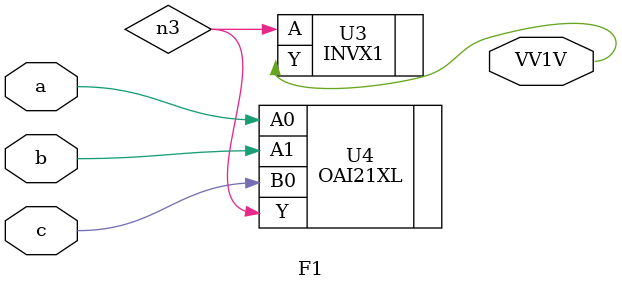
<source format=v>

module F1 ( a, b, c, VV1V );
  input a, b, c;
  output VV1V;
  wire   n3;

  INVX1 U3 ( .A(n3), .Y(VV1V) );
  OAI21XL U4 ( .A0(a), .A1(b), .B0(c), .Y(n3) );
endmodule


</source>
